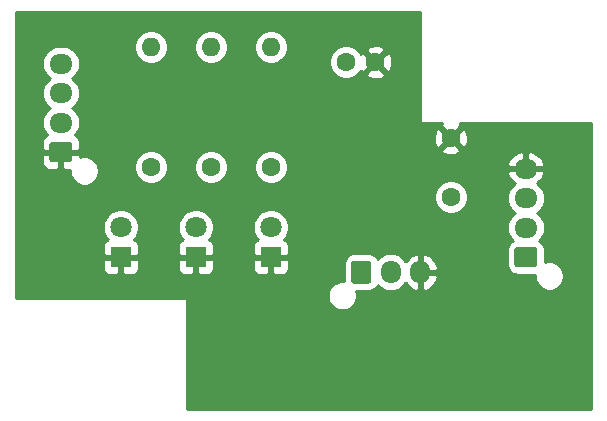
<source format=gbr>
G04 #@! TF.GenerationSoftware,KiCad,Pcbnew,(5.1.5)-3*
G04 #@! TF.CreationDate,2021-02-26T20:31:09+11:00*
G04 #@! TF.ProjectId,US_Board2,55535f42-6f61-4726-9432-2e6b69636164,rev?*
G04 #@! TF.SameCoordinates,Original*
G04 #@! TF.FileFunction,Copper,L2,Bot*
G04 #@! TF.FilePolarity,Positive*
%FSLAX46Y46*%
G04 Gerber Fmt 4.6, Leading zero omitted, Abs format (unit mm)*
G04 Created by KiCad (PCBNEW (5.1.5)-3) date 2021-02-26 20:31:09*
%MOMM*%
%LPD*%
G04 APERTURE LIST*
%ADD10C,0.100000*%
%ADD11O,1.950000X1.700000*%
%ADD12C,1.600000*%
%ADD13O,1.600000X1.600000*%
%ADD14O,1.700000X1.950000*%
%ADD15R,1.800000X1.800000*%
%ADD16C,1.800000*%
%ADD17C,0.254000*%
G04 APERTURE END LIST*
G04 #@! TA.AperFunction,ComponentPad*
D10*
G36*
X164579504Y-90591204D02*
G01*
X164603773Y-90594804D01*
X164627571Y-90600765D01*
X164650671Y-90609030D01*
X164672849Y-90619520D01*
X164693893Y-90632133D01*
X164713598Y-90646747D01*
X164731777Y-90663223D01*
X164748253Y-90681402D01*
X164762867Y-90701107D01*
X164775480Y-90722151D01*
X164785970Y-90744329D01*
X164794235Y-90767429D01*
X164800196Y-90791227D01*
X164803796Y-90815496D01*
X164805000Y-90840000D01*
X164805000Y-92040000D01*
X164803796Y-92064504D01*
X164800196Y-92088773D01*
X164794235Y-92112571D01*
X164785970Y-92135671D01*
X164775480Y-92157849D01*
X164762867Y-92178893D01*
X164748253Y-92198598D01*
X164731777Y-92216777D01*
X164713598Y-92233253D01*
X164693893Y-92247867D01*
X164672849Y-92260480D01*
X164650671Y-92270970D01*
X164627571Y-92279235D01*
X164603773Y-92285196D01*
X164579504Y-92288796D01*
X164555000Y-92290000D01*
X163105000Y-92290000D01*
X163080496Y-92288796D01*
X163056227Y-92285196D01*
X163032429Y-92279235D01*
X163009329Y-92270970D01*
X162987151Y-92260480D01*
X162966107Y-92247867D01*
X162946402Y-92233253D01*
X162928223Y-92216777D01*
X162911747Y-92198598D01*
X162897133Y-92178893D01*
X162884520Y-92157849D01*
X162874030Y-92135671D01*
X162865765Y-92112571D01*
X162859804Y-92088773D01*
X162856204Y-92064504D01*
X162855000Y-92040000D01*
X162855000Y-90840000D01*
X162856204Y-90815496D01*
X162859804Y-90791227D01*
X162865765Y-90767429D01*
X162874030Y-90744329D01*
X162884520Y-90722151D01*
X162897133Y-90701107D01*
X162911747Y-90681402D01*
X162928223Y-90663223D01*
X162946402Y-90646747D01*
X162966107Y-90632133D01*
X162987151Y-90619520D01*
X163009329Y-90609030D01*
X163032429Y-90600765D01*
X163056227Y-90594804D01*
X163080496Y-90591204D01*
X163105000Y-90590000D01*
X164555000Y-90590000D01*
X164579504Y-90591204D01*
G37*
G04 #@! TD.AperFunction*
D11*
X163830000Y-88940000D03*
X163830000Y-86440000D03*
X163830000Y-83940000D03*
D12*
X137160000Y-83820000D03*
D13*
X137160000Y-73660000D03*
X142240000Y-73660000D03*
D12*
X142240000Y-83820000D03*
X132080000Y-83820000D03*
D13*
X132080000Y-73660000D03*
D12*
X157480000Y-86360000D03*
X157480000Y-81360000D03*
X148590000Y-74930000D03*
X151090000Y-74930000D03*
G04 #@! TA.AperFunction,ComponentPad*
D10*
G36*
X150524504Y-91736204D02*
G01*
X150548773Y-91739804D01*
X150572571Y-91745765D01*
X150595671Y-91754030D01*
X150617849Y-91764520D01*
X150638893Y-91777133D01*
X150658598Y-91791747D01*
X150676777Y-91808223D01*
X150693253Y-91826402D01*
X150707867Y-91846107D01*
X150720480Y-91867151D01*
X150730970Y-91889329D01*
X150739235Y-91912429D01*
X150745196Y-91936227D01*
X150748796Y-91960496D01*
X150750000Y-91985000D01*
X150750000Y-93435000D01*
X150748796Y-93459504D01*
X150745196Y-93483773D01*
X150739235Y-93507571D01*
X150730970Y-93530671D01*
X150720480Y-93552849D01*
X150707867Y-93573893D01*
X150693253Y-93593598D01*
X150676777Y-93611777D01*
X150658598Y-93628253D01*
X150638893Y-93642867D01*
X150617849Y-93655480D01*
X150595671Y-93665970D01*
X150572571Y-93674235D01*
X150548773Y-93680196D01*
X150524504Y-93683796D01*
X150500000Y-93685000D01*
X149300000Y-93685000D01*
X149275496Y-93683796D01*
X149251227Y-93680196D01*
X149227429Y-93674235D01*
X149204329Y-93665970D01*
X149182151Y-93655480D01*
X149161107Y-93642867D01*
X149141402Y-93628253D01*
X149123223Y-93611777D01*
X149106747Y-93593598D01*
X149092133Y-93573893D01*
X149079520Y-93552849D01*
X149069030Y-93530671D01*
X149060765Y-93507571D01*
X149054804Y-93483773D01*
X149051204Y-93459504D01*
X149050000Y-93435000D01*
X149050000Y-91985000D01*
X149051204Y-91960496D01*
X149054804Y-91936227D01*
X149060765Y-91912429D01*
X149069030Y-91889329D01*
X149079520Y-91867151D01*
X149092133Y-91846107D01*
X149106747Y-91826402D01*
X149123223Y-91808223D01*
X149141402Y-91791747D01*
X149161107Y-91777133D01*
X149182151Y-91764520D01*
X149204329Y-91754030D01*
X149227429Y-91745765D01*
X149251227Y-91739804D01*
X149275496Y-91736204D01*
X149300000Y-91735000D01*
X150500000Y-91735000D01*
X150524504Y-91736204D01*
G37*
G04 #@! TD.AperFunction*
D14*
X152400000Y-92710000D03*
X154900000Y-92710000D03*
D15*
X135890000Y-91440000D03*
D16*
X135890000Y-88900000D03*
D15*
X129540000Y-91440000D03*
D16*
X129540000Y-88900000D03*
X142240000Y-88900000D03*
D15*
X142240000Y-91440000D03*
D11*
X124460000Y-75050000D03*
X124460000Y-77550000D03*
X124460000Y-80050000D03*
G04 #@! TA.AperFunction,ComponentPad*
D10*
G36*
X125209504Y-81701204D02*
G01*
X125233773Y-81704804D01*
X125257571Y-81710765D01*
X125280671Y-81719030D01*
X125302849Y-81729520D01*
X125323893Y-81742133D01*
X125343598Y-81756747D01*
X125361777Y-81773223D01*
X125378253Y-81791402D01*
X125392867Y-81811107D01*
X125405480Y-81832151D01*
X125415970Y-81854329D01*
X125424235Y-81877429D01*
X125430196Y-81901227D01*
X125433796Y-81925496D01*
X125435000Y-81950000D01*
X125435000Y-83150000D01*
X125433796Y-83174504D01*
X125430196Y-83198773D01*
X125424235Y-83222571D01*
X125415970Y-83245671D01*
X125405480Y-83267849D01*
X125392867Y-83288893D01*
X125378253Y-83308598D01*
X125361777Y-83326777D01*
X125343598Y-83343253D01*
X125323893Y-83357867D01*
X125302849Y-83370480D01*
X125280671Y-83380970D01*
X125257571Y-83389235D01*
X125233773Y-83395196D01*
X125209504Y-83398796D01*
X125185000Y-83400000D01*
X123735000Y-83400000D01*
X123710496Y-83398796D01*
X123686227Y-83395196D01*
X123662429Y-83389235D01*
X123639329Y-83380970D01*
X123617151Y-83370480D01*
X123596107Y-83357867D01*
X123576402Y-83343253D01*
X123558223Y-83326777D01*
X123541747Y-83308598D01*
X123527133Y-83288893D01*
X123514520Y-83267849D01*
X123504030Y-83245671D01*
X123495765Y-83222571D01*
X123489804Y-83198773D01*
X123486204Y-83174504D01*
X123485000Y-83150000D01*
X123485000Y-81950000D01*
X123486204Y-81925496D01*
X123489804Y-81901227D01*
X123495765Y-81877429D01*
X123504030Y-81854329D01*
X123514520Y-81832151D01*
X123527133Y-81811107D01*
X123541747Y-81791402D01*
X123558223Y-81773223D01*
X123576402Y-81756747D01*
X123596107Y-81742133D01*
X123617151Y-81729520D01*
X123639329Y-81719030D01*
X123662429Y-81710765D01*
X123686227Y-81704804D01*
X123710496Y-81701204D01*
X123735000Y-81700000D01*
X125185000Y-81700000D01*
X125209504Y-81701204D01*
G37*
G04 #@! TD.AperFunction*
D17*
G36*
X154873000Y-80000000D02*
G01*
X154875440Y-80024776D01*
X154882667Y-80048601D01*
X154894403Y-80070557D01*
X154910197Y-80089803D01*
X154929443Y-80105597D01*
X154951399Y-80117333D01*
X154975224Y-80124560D01*
X155000000Y-80127000D01*
X156737409Y-80127000D01*
X156666903Y-80367298D01*
X157480000Y-81180395D01*
X158293097Y-80367298D01*
X158222591Y-80127000D01*
X169340000Y-80127000D01*
X169340001Y-104340000D01*
X135127000Y-104340000D01*
X135127000Y-95000000D01*
X135124560Y-94975224D01*
X135117333Y-94951399D01*
X135105597Y-94929443D01*
X135089803Y-94910197D01*
X135070557Y-94894403D01*
X135048601Y-94882667D01*
X135024776Y-94875440D01*
X135000000Y-94873000D01*
X120660000Y-94873000D01*
X120660000Y-94588363D01*
X147065000Y-94588363D01*
X147065000Y-94831637D01*
X147112460Y-95070236D01*
X147205557Y-95294992D01*
X147340713Y-95497267D01*
X147512733Y-95669287D01*
X147715008Y-95804443D01*
X147939764Y-95897540D01*
X148178363Y-95945000D01*
X148421637Y-95945000D01*
X148660236Y-95897540D01*
X148884992Y-95804443D01*
X149087267Y-95669287D01*
X149259287Y-95497267D01*
X149394443Y-95294992D01*
X149487540Y-95070236D01*
X149535000Y-94831637D01*
X149535000Y-94588363D01*
X149487540Y-94349764D01*
X149476484Y-94323072D01*
X150500000Y-94323072D01*
X150673254Y-94306008D01*
X150839850Y-94255472D01*
X150993386Y-94173405D01*
X151127962Y-94062962D01*
X151238405Y-93928386D01*
X151292777Y-93826663D01*
X151344866Y-93890134D01*
X151570987Y-94075706D01*
X151828967Y-94213599D01*
X152108890Y-94298513D01*
X152400000Y-94327185D01*
X152691111Y-94298513D01*
X152971034Y-94213599D01*
X153229014Y-94075706D01*
X153455134Y-93890134D01*
X153640706Y-93664014D01*
X153654462Y-93638278D01*
X153810951Y-93844429D01*
X154028807Y-94037496D01*
X154280142Y-94184352D01*
X154543110Y-94276476D01*
X154773000Y-94155155D01*
X154773000Y-92837000D01*
X155027000Y-92837000D01*
X155027000Y-94155155D01*
X155256890Y-94276476D01*
X155519858Y-94184352D01*
X155771193Y-94037496D01*
X155989049Y-93844429D01*
X156165053Y-93612570D01*
X156292442Y-93350830D01*
X156366320Y-93069267D01*
X156226165Y-92837000D01*
X155027000Y-92837000D01*
X154773000Y-92837000D01*
X154753000Y-92837000D01*
X154753000Y-92583000D01*
X154773000Y-92583000D01*
X154773000Y-91264845D01*
X155027000Y-91264845D01*
X155027000Y-92583000D01*
X156226165Y-92583000D01*
X156366320Y-92350733D01*
X156292442Y-92069170D01*
X156165053Y-91807430D01*
X155989049Y-91575571D01*
X155771193Y-91382504D01*
X155519858Y-91235648D01*
X155256890Y-91143524D01*
X155027000Y-91264845D01*
X154773000Y-91264845D01*
X154543110Y-91143524D01*
X154280142Y-91235648D01*
X154028807Y-91382504D01*
X153810951Y-91575571D01*
X153654462Y-91781722D01*
X153640706Y-91755986D01*
X153455134Y-91529866D01*
X153229013Y-91344294D01*
X152971033Y-91206401D01*
X152691110Y-91121487D01*
X152400000Y-91092815D01*
X152108889Y-91121487D01*
X151828966Y-91206401D01*
X151570986Y-91344294D01*
X151344866Y-91529866D01*
X151292777Y-91593337D01*
X151238405Y-91491614D01*
X151127962Y-91357038D01*
X150993386Y-91246595D01*
X150839850Y-91164528D01*
X150673254Y-91113992D01*
X150500000Y-91096928D01*
X149300000Y-91096928D01*
X149126746Y-91113992D01*
X148960150Y-91164528D01*
X148806614Y-91246595D01*
X148672038Y-91357038D01*
X148561595Y-91491614D01*
X148479528Y-91645150D01*
X148428992Y-91811746D01*
X148411928Y-91985000D01*
X148411928Y-93435000D01*
X148415868Y-93475000D01*
X148178363Y-93475000D01*
X147939764Y-93522460D01*
X147715008Y-93615557D01*
X147512733Y-93750713D01*
X147340713Y-93922733D01*
X147205557Y-94125008D01*
X147112460Y-94349764D01*
X147065000Y-94588363D01*
X120660000Y-94588363D01*
X120660000Y-92340000D01*
X128001928Y-92340000D01*
X128014188Y-92464482D01*
X128050498Y-92584180D01*
X128109463Y-92694494D01*
X128188815Y-92791185D01*
X128285506Y-92870537D01*
X128395820Y-92929502D01*
X128515518Y-92965812D01*
X128640000Y-92978072D01*
X129254250Y-92975000D01*
X129413000Y-92816250D01*
X129413000Y-91567000D01*
X129667000Y-91567000D01*
X129667000Y-92816250D01*
X129825750Y-92975000D01*
X130440000Y-92978072D01*
X130564482Y-92965812D01*
X130684180Y-92929502D01*
X130794494Y-92870537D01*
X130891185Y-92791185D01*
X130970537Y-92694494D01*
X131029502Y-92584180D01*
X131065812Y-92464482D01*
X131078072Y-92340000D01*
X134351928Y-92340000D01*
X134364188Y-92464482D01*
X134400498Y-92584180D01*
X134459463Y-92694494D01*
X134538815Y-92791185D01*
X134635506Y-92870537D01*
X134745820Y-92929502D01*
X134865518Y-92965812D01*
X134990000Y-92978072D01*
X135604250Y-92975000D01*
X135763000Y-92816250D01*
X135763000Y-91567000D01*
X136017000Y-91567000D01*
X136017000Y-92816250D01*
X136175750Y-92975000D01*
X136790000Y-92978072D01*
X136914482Y-92965812D01*
X137034180Y-92929502D01*
X137144494Y-92870537D01*
X137241185Y-92791185D01*
X137320537Y-92694494D01*
X137379502Y-92584180D01*
X137415812Y-92464482D01*
X137428072Y-92340000D01*
X140701928Y-92340000D01*
X140714188Y-92464482D01*
X140750498Y-92584180D01*
X140809463Y-92694494D01*
X140888815Y-92791185D01*
X140985506Y-92870537D01*
X141095820Y-92929502D01*
X141215518Y-92965812D01*
X141340000Y-92978072D01*
X141954250Y-92975000D01*
X142113000Y-92816250D01*
X142113000Y-91567000D01*
X142367000Y-91567000D01*
X142367000Y-92816250D01*
X142525750Y-92975000D01*
X143140000Y-92978072D01*
X143264482Y-92965812D01*
X143384180Y-92929502D01*
X143494494Y-92870537D01*
X143591185Y-92791185D01*
X143670537Y-92694494D01*
X143729502Y-92584180D01*
X143765812Y-92464482D01*
X143778072Y-92340000D01*
X143775000Y-91725750D01*
X143616250Y-91567000D01*
X142367000Y-91567000D01*
X142113000Y-91567000D01*
X140863750Y-91567000D01*
X140705000Y-91725750D01*
X140701928Y-92340000D01*
X137428072Y-92340000D01*
X137425000Y-91725750D01*
X137266250Y-91567000D01*
X136017000Y-91567000D01*
X135763000Y-91567000D01*
X134513750Y-91567000D01*
X134355000Y-91725750D01*
X134351928Y-92340000D01*
X131078072Y-92340000D01*
X131075000Y-91725750D01*
X130916250Y-91567000D01*
X129667000Y-91567000D01*
X129413000Y-91567000D01*
X128163750Y-91567000D01*
X128005000Y-91725750D01*
X128001928Y-92340000D01*
X120660000Y-92340000D01*
X120660000Y-90540000D01*
X128001928Y-90540000D01*
X128005000Y-91154250D01*
X128163750Y-91313000D01*
X129413000Y-91313000D01*
X129413000Y-91293000D01*
X129667000Y-91293000D01*
X129667000Y-91313000D01*
X130916250Y-91313000D01*
X131075000Y-91154250D01*
X131078072Y-90540000D01*
X134351928Y-90540000D01*
X134355000Y-91154250D01*
X134513750Y-91313000D01*
X135763000Y-91313000D01*
X135763000Y-91293000D01*
X136017000Y-91293000D01*
X136017000Y-91313000D01*
X137266250Y-91313000D01*
X137425000Y-91154250D01*
X137428072Y-90540000D01*
X140701928Y-90540000D01*
X140705000Y-91154250D01*
X140863750Y-91313000D01*
X142113000Y-91313000D01*
X142113000Y-91293000D01*
X142367000Y-91293000D01*
X142367000Y-91313000D01*
X143616250Y-91313000D01*
X143775000Y-91154250D01*
X143778072Y-90540000D01*
X143765812Y-90415518D01*
X143729502Y-90295820D01*
X143670537Y-90185506D01*
X143591185Y-90088815D01*
X143494494Y-90009463D01*
X143384180Y-89950498D01*
X143365873Y-89944944D01*
X143432312Y-89878505D01*
X143600299Y-89627095D01*
X143716011Y-89347743D01*
X143775000Y-89051184D01*
X143775000Y-88748816D01*
X143716011Y-88452257D01*
X143600299Y-88172905D01*
X143432312Y-87921495D01*
X143218505Y-87707688D01*
X142967095Y-87539701D01*
X142687743Y-87423989D01*
X142391184Y-87365000D01*
X142088816Y-87365000D01*
X141792257Y-87423989D01*
X141512905Y-87539701D01*
X141261495Y-87707688D01*
X141047688Y-87921495D01*
X140879701Y-88172905D01*
X140763989Y-88452257D01*
X140705000Y-88748816D01*
X140705000Y-89051184D01*
X140763989Y-89347743D01*
X140879701Y-89627095D01*
X141047688Y-89878505D01*
X141114127Y-89944944D01*
X141095820Y-89950498D01*
X140985506Y-90009463D01*
X140888815Y-90088815D01*
X140809463Y-90185506D01*
X140750498Y-90295820D01*
X140714188Y-90415518D01*
X140701928Y-90540000D01*
X137428072Y-90540000D01*
X137415812Y-90415518D01*
X137379502Y-90295820D01*
X137320537Y-90185506D01*
X137241185Y-90088815D01*
X137144494Y-90009463D01*
X137034180Y-89950498D01*
X137015873Y-89944944D01*
X137082312Y-89878505D01*
X137250299Y-89627095D01*
X137366011Y-89347743D01*
X137425000Y-89051184D01*
X137425000Y-88748816D01*
X137366011Y-88452257D01*
X137250299Y-88172905D01*
X137082312Y-87921495D01*
X136868505Y-87707688D01*
X136617095Y-87539701D01*
X136337743Y-87423989D01*
X136041184Y-87365000D01*
X135738816Y-87365000D01*
X135442257Y-87423989D01*
X135162905Y-87539701D01*
X134911495Y-87707688D01*
X134697688Y-87921495D01*
X134529701Y-88172905D01*
X134413989Y-88452257D01*
X134355000Y-88748816D01*
X134355000Y-89051184D01*
X134413989Y-89347743D01*
X134529701Y-89627095D01*
X134697688Y-89878505D01*
X134764127Y-89944944D01*
X134745820Y-89950498D01*
X134635506Y-90009463D01*
X134538815Y-90088815D01*
X134459463Y-90185506D01*
X134400498Y-90295820D01*
X134364188Y-90415518D01*
X134351928Y-90540000D01*
X131078072Y-90540000D01*
X131065812Y-90415518D01*
X131029502Y-90295820D01*
X130970537Y-90185506D01*
X130891185Y-90088815D01*
X130794494Y-90009463D01*
X130684180Y-89950498D01*
X130665873Y-89944944D01*
X130732312Y-89878505D01*
X130900299Y-89627095D01*
X131016011Y-89347743D01*
X131075000Y-89051184D01*
X131075000Y-88748816D01*
X131016011Y-88452257D01*
X130900299Y-88172905D01*
X130732312Y-87921495D01*
X130518505Y-87707688D01*
X130267095Y-87539701D01*
X129987743Y-87423989D01*
X129691184Y-87365000D01*
X129388816Y-87365000D01*
X129092257Y-87423989D01*
X128812905Y-87539701D01*
X128561495Y-87707688D01*
X128347688Y-87921495D01*
X128179701Y-88172905D01*
X128063989Y-88452257D01*
X128005000Y-88748816D01*
X128005000Y-89051184D01*
X128063989Y-89347743D01*
X128179701Y-89627095D01*
X128347688Y-89878505D01*
X128414127Y-89944944D01*
X128395820Y-89950498D01*
X128285506Y-90009463D01*
X128188815Y-90088815D01*
X128109463Y-90185506D01*
X128050498Y-90295820D01*
X128014188Y-90415518D01*
X128001928Y-90540000D01*
X120660000Y-90540000D01*
X120660000Y-86218665D01*
X156045000Y-86218665D01*
X156045000Y-86501335D01*
X156100147Y-86778574D01*
X156208320Y-87039727D01*
X156365363Y-87274759D01*
X156565241Y-87474637D01*
X156800273Y-87631680D01*
X157061426Y-87739853D01*
X157338665Y-87795000D01*
X157621335Y-87795000D01*
X157898574Y-87739853D01*
X158159727Y-87631680D01*
X158394759Y-87474637D01*
X158594637Y-87274759D01*
X158751680Y-87039727D01*
X158859853Y-86778574D01*
X158915000Y-86501335D01*
X158915000Y-86440000D01*
X162212815Y-86440000D01*
X162241487Y-86731111D01*
X162326401Y-87011034D01*
X162464294Y-87269014D01*
X162649866Y-87495134D01*
X162875986Y-87680706D01*
X162893374Y-87690000D01*
X162875986Y-87699294D01*
X162649866Y-87884866D01*
X162464294Y-88110986D01*
X162326401Y-88368966D01*
X162241487Y-88648889D01*
X162212815Y-88940000D01*
X162241487Y-89231111D01*
X162326401Y-89511034D01*
X162464294Y-89769014D01*
X162649866Y-89995134D01*
X162713337Y-90047223D01*
X162611614Y-90101595D01*
X162477038Y-90212038D01*
X162366595Y-90346614D01*
X162284528Y-90500150D01*
X162233992Y-90666746D01*
X162216928Y-90840000D01*
X162216928Y-92040000D01*
X162233992Y-92213254D01*
X162284528Y-92379850D01*
X162366595Y-92533386D01*
X162477038Y-92667962D01*
X162611614Y-92778405D01*
X162765150Y-92860472D01*
X162931746Y-92911008D01*
X163105000Y-92928072D01*
X164555000Y-92928072D01*
X164595000Y-92924132D01*
X164595000Y-93161637D01*
X164642460Y-93400236D01*
X164735557Y-93624992D01*
X164870713Y-93827267D01*
X165042733Y-93999287D01*
X165245008Y-94134443D01*
X165469764Y-94227540D01*
X165708363Y-94275000D01*
X165951637Y-94275000D01*
X166190236Y-94227540D01*
X166414992Y-94134443D01*
X166617267Y-93999287D01*
X166789287Y-93827267D01*
X166924443Y-93624992D01*
X167017540Y-93400236D01*
X167065000Y-93161637D01*
X167065000Y-92918363D01*
X167017540Y-92679764D01*
X166924443Y-92455008D01*
X166789287Y-92252733D01*
X166617267Y-92080713D01*
X166414992Y-91945557D01*
X166190236Y-91852460D01*
X165951637Y-91805000D01*
X165708363Y-91805000D01*
X165469764Y-91852460D01*
X165443072Y-91863516D01*
X165443072Y-90840000D01*
X165426008Y-90666746D01*
X165375472Y-90500150D01*
X165293405Y-90346614D01*
X165182962Y-90212038D01*
X165048386Y-90101595D01*
X164946663Y-90047223D01*
X165010134Y-89995134D01*
X165195706Y-89769014D01*
X165333599Y-89511034D01*
X165418513Y-89231111D01*
X165447185Y-88940000D01*
X165418513Y-88648889D01*
X165333599Y-88368966D01*
X165195706Y-88110986D01*
X165010134Y-87884866D01*
X164784014Y-87699294D01*
X164766626Y-87690000D01*
X164784014Y-87680706D01*
X165010134Y-87495134D01*
X165195706Y-87269014D01*
X165333599Y-87011034D01*
X165418513Y-86731111D01*
X165447185Y-86440000D01*
X165418513Y-86148889D01*
X165333599Y-85868966D01*
X165195706Y-85610986D01*
X165010134Y-85384866D01*
X164784014Y-85199294D01*
X164758278Y-85185538D01*
X164964429Y-85029049D01*
X165157496Y-84811193D01*
X165304352Y-84559858D01*
X165396476Y-84296890D01*
X165275155Y-84067000D01*
X163957000Y-84067000D01*
X163957000Y-84087000D01*
X163703000Y-84087000D01*
X163703000Y-84067000D01*
X162384845Y-84067000D01*
X162263524Y-84296890D01*
X162355648Y-84559858D01*
X162502504Y-84811193D01*
X162695571Y-85029049D01*
X162901722Y-85185538D01*
X162875986Y-85199294D01*
X162649866Y-85384866D01*
X162464294Y-85610986D01*
X162326401Y-85868966D01*
X162241487Y-86148889D01*
X162212815Y-86440000D01*
X158915000Y-86440000D01*
X158915000Y-86218665D01*
X158859853Y-85941426D01*
X158751680Y-85680273D01*
X158594637Y-85445241D01*
X158394759Y-85245363D01*
X158159727Y-85088320D01*
X157898574Y-84980147D01*
X157621335Y-84925000D01*
X157338665Y-84925000D01*
X157061426Y-84980147D01*
X156800273Y-85088320D01*
X156565241Y-85245363D01*
X156365363Y-85445241D01*
X156208320Y-85680273D01*
X156100147Y-85941426D01*
X156045000Y-86218665D01*
X120660000Y-86218665D01*
X120660000Y-83400000D01*
X122846928Y-83400000D01*
X122859188Y-83524482D01*
X122895498Y-83644180D01*
X122954463Y-83754494D01*
X123033815Y-83851185D01*
X123130506Y-83930537D01*
X123240820Y-83989502D01*
X123360518Y-84025812D01*
X123485000Y-84038072D01*
X124174250Y-84035000D01*
X124333000Y-83876250D01*
X124333000Y-82677000D01*
X124587000Y-82677000D01*
X124587000Y-83876250D01*
X124745750Y-84035000D01*
X125225000Y-84037136D01*
X125225000Y-84271637D01*
X125272460Y-84510236D01*
X125365557Y-84734992D01*
X125500713Y-84937267D01*
X125672733Y-85109287D01*
X125875008Y-85244443D01*
X126099764Y-85337540D01*
X126338363Y-85385000D01*
X126581637Y-85385000D01*
X126820236Y-85337540D01*
X127044992Y-85244443D01*
X127247267Y-85109287D01*
X127419287Y-84937267D01*
X127554443Y-84734992D01*
X127647540Y-84510236D01*
X127695000Y-84271637D01*
X127695000Y-84028363D01*
X127647540Y-83789764D01*
X127601522Y-83678665D01*
X130645000Y-83678665D01*
X130645000Y-83961335D01*
X130700147Y-84238574D01*
X130808320Y-84499727D01*
X130965363Y-84734759D01*
X131165241Y-84934637D01*
X131400273Y-85091680D01*
X131661426Y-85199853D01*
X131938665Y-85255000D01*
X132221335Y-85255000D01*
X132498574Y-85199853D01*
X132759727Y-85091680D01*
X132994759Y-84934637D01*
X133194637Y-84734759D01*
X133351680Y-84499727D01*
X133459853Y-84238574D01*
X133515000Y-83961335D01*
X133515000Y-83678665D01*
X135725000Y-83678665D01*
X135725000Y-83961335D01*
X135780147Y-84238574D01*
X135888320Y-84499727D01*
X136045363Y-84734759D01*
X136245241Y-84934637D01*
X136480273Y-85091680D01*
X136741426Y-85199853D01*
X137018665Y-85255000D01*
X137301335Y-85255000D01*
X137578574Y-85199853D01*
X137839727Y-85091680D01*
X138074759Y-84934637D01*
X138274637Y-84734759D01*
X138431680Y-84499727D01*
X138539853Y-84238574D01*
X138595000Y-83961335D01*
X138595000Y-83678665D01*
X140805000Y-83678665D01*
X140805000Y-83961335D01*
X140860147Y-84238574D01*
X140968320Y-84499727D01*
X141125363Y-84734759D01*
X141325241Y-84934637D01*
X141560273Y-85091680D01*
X141821426Y-85199853D01*
X142098665Y-85255000D01*
X142381335Y-85255000D01*
X142658574Y-85199853D01*
X142919727Y-85091680D01*
X143154759Y-84934637D01*
X143354637Y-84734759D01*
X143511680Y-84499727D01*
X143619853Y-84238574D01*
X143675000Y-83961335D01*
X143675000Y-83678665D01*
X143655993Y-83583110D01*
X162263524Y-83583110D01*
X162384845Y-83813000D01*
X163703000Y-83813000D01*
X163703000Y-82613835D01*
X163957000Y-82613835D01*
X163957000Y-83813000D01*
X165275155Y-83813000D01*
X165396476Y-83583110D01*
X165304352Y-83320142D01*
X165157496Y-83068807D01*
X164964429Y-82850951D01*
X164732570Y-82674947D01*
X164470830Y-82547558D01*
X164189267Y-82473680D01*
X163957000Y-82613835D01*
X163703000Y-82613835D01*
X163470733Y-82473680D01*
X163189170Y-82547558D01*
X162927430Y-82674947D01*
X162695571Y-82850951D01*
X162502504Y-83068807D01*
X162355648Y-83320142D01*
X162263524Y-83583110D01*
X143655993Y-83583110D01*
X143619853Y-83401426D01*
X143511680Y-83140273D01*
X143354637Y-82905241D01*
X143154759Y-82705363D01*
X142919727Y-82548320D01*
X142658574Y-82440147D01*
X142381335Y-82385000D01*
X142098665Y-82385000D01*
X141821426Y-82440147D01*
X141560273Y-82548320D01*
X141325241Y-82705363D01*
X141125363Y-82905241D01*
X140968320Y-83140273D01*
X140860147Y-83401426D01*
X140805000Y-83678665D01*
X138595000Y-83678665D01*
X138539853Y-83401426D01*
X138431680Y-83140273D01*
X138274637Y-82905241D01*
X138074759Y-82705363D01*
X137839727Y-82548320D01*
X137578574Y-82440147D01*
X137301335Y-82385000D01*
X137018665Y-82385000D01*
X136741426Y-82440147D01*
X136480273Y-82548320D01*
X136245241Y-82705363D01*
X136045363Y-82905241D01*
X135888320Y-83140273D01*
X135780147Y-83401426D01*
X135725000Y-83678665D01*
X133515000Y-83678665D01*
X133459853Y-83401426D01*
X133351680Y-83140273D01*
X133194637Y-82905241D01*
X132994759Y-82705363D01*
X132759727Y-82548320D01*
X132498574Y-82440147D01*
X132221335Y-82385000D01*
X131938665Y-82385000D01*
X131661426Y-82440147D01*
X131400273Y-82548320D01*
X131165241Y-82705363D01*
X130965363Y-82905241D01*
X130808320Y-83140273D01*
X130700147Y-83401426D01*
X130645000Y-83678665D01*
X127601522Y-83678665D01*
X127554443Y-83565008D01*
X127419287Y-83362733D01*
X127247267Y-83190713D01*
X127044992Y-83055557D01*
X126820236Y-82962460D01*
X126581637Y-82915000D01*
X126338363Y-82915000D01*
X126099764Y-82962460D01*
X126070755Y-82974476D01*
X126070000Y-82835750D01*
X125911250Y-82677000D01*
X124587000Y-82677000D01*
X124333000Y-82677000D01*
X123008750Y-82677000D01*
X122850000Y-82835750D01*
X122846928Y-83400000D01*
X120660000Y-83400000D01*
X120660000Y-75050000D01*
X122842815Y-75050000D01*
X122871487Y-75341111D01*
X122956401Y-75621034D01*
X123094294Y-75879014D01*
X123279866Y-76105134D01*
X123505986Y-76290706D01*
X123523374Y-76300000D01*
X123505986Y-76309294D01*
X123279866Y-76494866D01*
X123094294Y-76720986D01*
X122956401Y-76978966D01*
X122871487Y-77258889D01*
X122842815Y-77550000D01*
X122871487Y-77841111D01*
X122956401Y-78121034D01*
X123094294Y-78379014D01*
X123279866Y-78605134D01*
X123505986Y-78790706D01*
X123523374Y-78800000D01*
X123505986Y-78809294D01*
X123279866Y-78994866D01*
X123094294Y-79220986D01*
X122956401Y-79478966D01*
X122871487Y-79758889D01*
X122842815Y-80050000D01*
X122871487Y-80341111D01*
X122956401Y-80621034D01*
X123094294Y-80879014D01*
X123275608Y-81099945D01*
X123240820Y-81110498D01*
X123130506Y-81169463D01*
X123033815Y-81248815D01*
X122954463Y-81345506D01*
X122895498Y-81455820D01*
X122859188Y-81575518D01*
X122846928Y-81700000D01*
X122850000Y-82264250D01*
X123008750Y-82423000D01*
X124333000Y-82423000D01*
X124333000Y-82403000D01*
X124587000Y-82403000D01*
X124587000Y-82423000D01*
X125911250Y-82423000D01*
X125981548Y-82352702D01*
X156666903Y-82352702D01*
X156738486Y-82596671D01*
X156993996Y-82717571D01*
X157268184Y-82786300D01*
X157550512Y-82800217D01*
X157830130Y-82758787D01*
X158096292Y-82663603D01*
X158221514Y-82596671D01*
X158293097Y-82352702D01*
X157480000Y-81539605D01*
X156666903Y-82352702D01*
X125981548Y-82352702D01*
X126070000Y-82264250D01*
X126073072Y-81700000D01*
X126060812Y-81575518D01*
X126024502Y-81455820D01*
X126010975Y-81430512D01*
X156039783Y-81430512D01*
X156081213Y-81710130D01*
X156176397Y-81976292D01*
X156243329Y-82101514D01*
X156487298Y-82173097D01*
X157300395Y-81360000D01*
X157659605Y-81360000D01*
X158472702Y-82173097D01*
X158716671Y-82101514D01*
X158837571Y-81846004D01*
X158906300Y-81571816D01*
X158920217Y-81289488D01*
X158878787Y-81009870D01*
X158783603Y-80743708D01*
X158716671Y-80618486D01*
X158472702Y-80546903D01*
X157659605Y-81360000D01*
X157300395Y-81360000D01*
X156487298Y-80546903D01*
X156243329Y-80618486D01*
X156122429Y-80873996D01*
X156053700Y-81148184D01*
X156039783Y-81430512D01*
X126010975Y-81430512D01*
X125965537Y-81345506D01*
X125886185Y-81248815D01*
X125789494Y-81169463D01*
X125679180Y-81110498D01*
X125644392Y-81099945D01*
X125825706Y-80879014D01*
X125963599Y-80621034D01*
X126048513Y-80341111D01*
X126077185Y-80050000D01*
X126048513Y-79758889D01*
X125963599Y-79478966D01*
X125825706Y-79220986D01*
X125640134Y-78994866D01*
X125414014Y-78809294D01*
X125396626Y-78800000D01*
X125414014Y-78790706D01*
X125640134Y-78605134D01*
X125825706Y-78379014D01*
X125963599Y-78121034D01*
X126048513Y-77841111D01*
X126077185Y-77550000D01*
X126048513Y-77258889D01*
X125963599Y-76978966D01*
X125825706Y-76720986D01*
X125640134Y-76494866D01*
X125414014Y-76309294D01*
X125396626Y-76300000D01*
X125414014Y-76290706D01*
X125640134Y-76105134D01*
X125825706Y-75879014D01*
X125963599Y-75621034D01*
X126048513Y-75341111D01*
X126077185Y-75050000D01*
X126048513Y-74758889D01*
X125963599Y-74478966D01*
X125825706Y-74220986D01*
X125640134Y-73994866D01*
X125414014Y-73809294D01*
X125156034Y-73671401D01*
X124876111Y-73586487D01*
X124657950Y-73565000D01*
X124262050Y-73565000D01*
X124043889Y-73586487D01*
X123763966Y-73671401D01*
X123505986Y-73809294D01*
X123279866Y-73994866D01*
X123094294Y-74220986D01*
X122956401Y-74478966D01*
X122871487Y-74758889D01*
X122842815Y-75050000D01*
X120660000Y-75050000D01*
X120660000Y-73518665D01*
X130645000Y-73518665D01*
X130645000Y-73801335D01*
X130700147Y-74078574D01*
X130808320Y-74339727D01*
X130965363Y-74574759D01*
X131165241Y-74774637D01*
X131400273Y-74931680D01*
X131661426Y-75039853D01*
X131938665Y-75095000D01*
X132221335Y-75095000D01*
X132498574Y-75039853D01*
X132759727Y-74931680D01*
X132994759Y-74774637D01*
X133194637Y-74574759D01*
X133351680Y-74339727D01*
X133459853Y-74078574D01*
X133515000Y-73801335D01*
X133515000Y-73518665D01*
X135725000Y-73518665D01*
X135725000Y-73801335D01*
X135780147Y-74078574D01*
X135888320Y-74339727D01*
X136045363Y-74574759D01*
X136245241Y-74774637D01*
X136480273Y-74931680D01*
X136741426Y-75039853D01*
X137018665Y-75095000D01*
X137301335Y-75095000D01*
X137578574Y-75039853D01*
X137839727Y-74931680D01*
X138074759Y-74774637D01*
X138274637Y-74574759D01*
X138431680Y-74339727D01*
X138539853Y-74078574D01*
X138595000Y-73801335D01*
X138595000Y-73518665D01*
X140805000Y-73518665D01*
X140805000Y-73801335D01*
X140860147Y-74078574D01*
X140968320Y-74339727D01*
X141125363Y-74574759D01*
X141325241Y-74774637D01*
X141560273Y-74931680D01*
X141821426Y-75039853D01*
X142098665Y-75095000D01*
X142381335Y-75095000D01*
X142658574Y-75039853D01*
X142919727Y-74931680D01*
X143133764Y-74788665D01*
X147155000Y-74788665D01*
X147155000Y-75071335D01*
X147210147Y-75348574D01*
X147318320Y-75609727D01*
X147475363Y-75844759D01*
X147675241Y-76044637D01*
X147910273Y-76201680D01*
X148171426Y-76309853D01*
X148448665Y-76365000D01*
X148731335Y-76365000D01*
X149008574Y-76309853D01*
X149269727Y-76201680D01*
X149504759Y-76044637D01*
X149626694Y-75922702D01*
X150276903Y-75922702D01*
X150348486Y-76166671D01*
X150603996Y-76287571D01*
X150878184Y-76356300D01*
X151160512Y-76370217D01*
X151440130Y-76328787D01*
X151706292Y-76233603D01*
X151831514Y-76166671D01*
X151903097Y-75922702D01*
X151090000Y-75109605D01*
X150276903Y-75922702D01*
X149626694Y-75922702D01*
X149704637Y-75844759D01*
X149838692Y-75644131D01*
X149853329Y-75671514D01*
X150097298Y-75743097D01*
X150910395Y-74930000D01*
X151269605Y-74930000D01*
X152082702Y-75743097D01*
X152326671Y-75671514D01*
X152447571Y-75416004D01*
X152516300Y-75141816D01*
X152530217Y-74859488D01*
X152488787Y-74579870D01*
X152393603Y-74313708D01*
X152326671Y-74188486D01*
X152082702Y-74116903D01*
X151269605Y-74930000D01*
X150910395Y-74930000D01*
X150097298Y-74116903D01*
X149853329Y-74188486D01*
X149839676Y-74217341D01*
X149704637Y-74015241D01*
X149626694Y-73937298D01*
X150276903Y-73937298D01*
X151090000Y-74750395D01*
X151903097Y-73937298D01*
X151831514Y-73693329D01*
X151576004Y-73572429D01*
X151301816Y-73503700D01*
X151019488Y-73489783D01*
X150739870Y-73531213D01*
X150473708Y-73626397D01*
X150348486Y-73693329D01*
X150276903Y-73937298D01*
X149626694Y-73937298D01*
X149504759Y-73815363D01*
X149269727Y-73658320D01*
X149008574Y-73550147D01*
X148731335Y-73495000D01*
X148448665Y-73495000D01*
X148171426Y-73550147D01*
X147910273Y-73658320D01*
X147675241Y-73815363D01*
X147475363Y-74015241D01*
X147318320Y-74250273D01*
X147210147Y-74511426D01*
X147155000Y-74788665D01*
X143133764Y-74788665D01*
X143154759Y-74774637D01*
X143354637Y-74574759D01*
X143511680Y-74339727D01*
X143619853Y-74078574D01*
X143675000Y-73801335D01*
X143675000Y-73518665D01*
X143619853Y-73241426D01*
X143511680Y-72980273D01*
X143354637Y-72745241D01*
X143154759Y-72545363D01*
X142919727Y-72388320D01*
X142658574Y-72280147D01*
X142381335Y-72225000D01*
X142098665Y-72225000D01*
X141821426Y-72280147D01*
X141560273Y-72388320D01*
X141325241Y-72545363D01*
X141125363Y-72745241D01*
X140968320Y-72980273D01*
X140860147Y-73241426D01*
X140805000Y-73518665D01*
X138595000Y-73518665D01*
X138539853Y-73241426D01*
X138431680Y-72980273D01*
X138274637Y-72745241D01*
X138074759Y-72545363D01*
X137839727Y-72388320D01*
X137578574Y-72280147D01*
X137301335Y-72225000D01*
X137018665Y-72225000D01*
X136741426Y-72280147D01*
X136480273Y-72388320D01*
X136245241Y-72545363D01*
X136045363Y-72745241D01*
X135888320Y-72980273D01*
X135780147Y-73241426D01*
X135725000Y-73518665D01*
X133515000Y-73518665D01*
X133459853Y-73241426D01*
X133351680Y-72980273D01*
X133194637Y-72745241D01*
X132994759Y-72545363D01*
X132759727Y-72388320D01*
X132498574Y-72280147D01*
X132221335Y-72225000D01*
X131938665Y-72225000D01*
X131661426Y-72280147D01*
X131400273Y-72388320D01*
X131165241Y-72545363D01*
X130965363Y-72745241D01*
X130808320Y-72980273D01*
X130700147Y-73241426D01*
X130645000Y-73518665D01*
X120660000Y-73518665D01*
X120660000Y-70660000D01*
X154873000Y-70660000D01*
X154873000Y-80000000D01*
G37*
X154873000Y-80000000D02*
X154875440Y-80024776D01*
X154882667Y-80048601D01*
X154894403Y-80070557D01*
X154910197Y-80089803D01*
X154929443Y-80105597D01*
X154951399Y-80117333D01*
X154975224Y-80124560D01*
X155000000Y-80127000D01*
X156737409Y-80127000D01*
X156666903Y-80367298D01*
X157480000Y-81180395D01*
X158293097Y-80367298D01*
X158222591Y-80127000D01*
X169340000Y-80127000D01*
X169340001Y-104340000D01*
X135127000Y-104340000D01*
X135127000Y-95000000D01*
X135124560Y-94975224D01*
X135117333Y-94951399D01*
X135105597Y-94929443D01*
X135089803Y-94910197D01*
X135070557Y-94894403D01*
X135048601Y-94882667D01*
X135024776Y-94875440D01*
X135000000Y-94873000D01*
X120660000Y-94873000D01*
X120660000Y-94588363D01*
X147065000Y-94588363D01*
X147065000Y-94831637D01*
X147112460Y-95070236D01*
X147205557Y-95294992D01*
X147340713Y-95497267D01*
X147512733Y-95669287D01*
X147715008Y-95804443D01*
X147939764Y-95897540D01*
X148178363Y-95945000D01*
X148421637Y-95945000D01*
X148660236Y-95897540D01*
X148884992Y-95804443D01*
X149087267Y-95669287D01*
X149259287Y-95497267D01*
X149394443Y-95294992D01*
X149487540Y-95070236D01*
X149535000Y-94831637D01*
X149535000Y-94588363D01*
X149487540Y-94349764D01*
X149476484Y-94323072D01*
X150500000Y-94323072D01*
X150673254Y-94306008D01*
X150839850Y-94255472D01*
X150993386Y-94173405D01*
X151127962Y-94062962D01*
X151238405Y-93928386D01*
X151292777Y-93826663D01*
X151344866Y-93890134D01*
X151570987Y-94075706D01*
X151828967Y-94213599D01*
X152108890Y-94298513D01*
X152400000Y-94327185D01*
X152691111Y-94298513D01*
X152971034Y-94213599D01*
X153229014Y-94075706D01*
X153455134Y-93890134D01*
X153640706Y-93664014D01*
X153654462Y-93638278D01*
X153810951Y-93844429D01*
X154028807Y-94037496D01*
X154280142Y-94184352D01*
X154543110Y-94276476D01*
X154773000Y-94155155D01*
X154773000Y-92837000D01*
X155027000Y-92837000D01*
X155027000Y-94155155D01*
X155256890Y-94276476D01*
X155519858Y-94184352D01*
X155771193Y-94037496D01*
X155989049Y-93844429D01*
X156165053Y-93612570D01*
X156292442Y-93350830D01*
X156366320Y-93069267D01*
X156226165Y-92837000D01*
X155027000Y-92837000D01*
X154773000Y-92837000D01*
X154753000Y-92837000D01*
X154753000Y-92583000D01*
X154773000Y-92583000D01*
X154773000Y-91264845D01*
X155027000Y-91264845D01*
X155027000Y-92583000D01*
X156226165Y-92583000D01*
X156366320Y-92350733D01*
X156292442Y-92069170D01*
X156165053Y-91807430D01*
X155989049Y-91575571D01*
X155771193Y-91382504D01*
X155519858Y-91235648D01*
X155256890Y-91143524D01*
X155027000Y-91264845D01*
X154773000Y-91264845D01*
X154543110Y-91143524D01*
X154280142Y-91235648D01*
X154028807Y-91382504D01*
X153810951Y-91575571D01*
X153654462Y-91781722D01*
X153640706Y-91755986D01*
X153455134Y-91529866D01*
X153229013Y-91344294D01*
X152971033Y-91206401D01*
X152691110Y-91121487D01*
X152400000Y-91092815D01*
X152108889Y-91121487D01*
X151828966Y-91206401D01*
X151570986Y-91344294D01*
X151344866Y-91529866D01*
X151292777Y-91593337D01*
X151238405Y-91491614D01*
X151127962Y-91357038D01*
X150993386Y-91246595D01*
X150839850Y-91164528D01*
X150673254Y-91113992D01*
X150500000Y-91096928D01*
X149300000Y-91096928D01*
X149126746Y-91113992D01*
X148960150Y-91164528D01*
X148806614Y-91246595D01*
X148672038Y-91357038D01*
X148561595Y-91491614D01*
X148479528Y-91645150D01*
X148428992Y-91811746D01*
X148411928Y-91985000D01*
X148411928Y-93435000D01*
X148415868Y-93475000D01*
X148178363Y-93475000D01*
X147939764Y-93522460D01*
X147715008Y-93615557D01*
X147512733Y-93750713D01*
X147340713Y-93922733D01*
X147205557Y-94125008D01*
X147112460Y-94349764D01*
X147065000Y-94588363D01*
X120660000Y-94588363D01*
X120660000Y-92340000D01*
X128001928Y-92340000D01*
X128014188Y-92464482D01*
X128050498Y-92584180D01*
X128109463Y-92694494D01*
X128188815Y-92791185D01*
X128285506Y-92870537D01*
X128395820Y-92929502D01*
X128515518Y-92965812D01*
X128640000Y-92978072D01*
X129254250Y-92975000D01*
X129413000Y-92816250D01*
X129413000Y-91567000D01*
X129667000Y-91567000D01*
X129667000Y-92816250D01*
X129825750Y-92975000D01*
X130440000Y-92978072D01*
X130564482Y-92965812D01*
X130684180Y-92929502D01*
X130794494Y-92870537D01*
X130891185Y-92791185D01*
X130970537Y-92694494D01*
X131029502Y-92584180D01*
X131065812Y-92464482D01*
X131078072Y-92340000D01*
X134351928Y-92340000D01*
X134364188Y-92464482D01*
X134400498Y-92584180D01*
X134459463Y-92694494D01*
X134538815Y-92791185D01*
X134635506Y-92870537D01*
X134745820Y-92929502D01*
X134865518Y-92965812D01*
X134990000Y-92978072D01*
X135604250Y-92975000D01*
X135763000Y-92816250D01*
X135763000Y-91567000D01*
X136017000Y-91567000D01*
X136017000Y-92816250D01*
X136175750Y-92975000D01*
X136790000Y-92978072D01*
X136914482Y-92965812D01*
X137034180Y-92929502D01*
X137144494Y-92870537D01*
X137241185Y-92791185D01*
X137320537Y-92694494D01*
X137379502Y-92584180D01*
X137415812Y-92464482D01*
X137428072Y-92340000D01*
X140701928Y-92340000D01*
X140714188Y-92464482D01*
X140750498Y-92584180D01*
X140809463Y-92694494D01*
X140888815Y-92791185D01*
X140985506Y-92870537D01*
X141095820Y-92929502D01*
X141215518Y-92965812D01*
X141340000Y-92978072D01*
X141954250Y-92975000D01*
X142113000Y-92816250D01*
X142113000Y-91567000D01*
X142367000Y-91567000D01*
X142367000Y-92816250D01*
X142525750Y-92975000D01*
X143140000Y-92978072D01*
X143264482Y-92965812D01*
X143384180Y-92929502D01*
X143494494Y-92870537D01*
X143591185Y-92791185D01*
X143670537Y-92694494D01*
X143729502Y-92584180D01*
X143765812Y-92464482D01*
X143778072Y-92340000D01*
X143775000Y-91725750D01*
X143616250Y-91567000D01*
X142367000Y-91567000D01*
X142113000Y-91567000D01*
X140863750Y-91567000D01*
X140705000Y-91725750D01*
X140701928Y-92340000D01*
X137428072Y-92340000D01*
X137425000Y-91725750D01*
X137266250Y-91567000D01*
X136017000Y-91567000D01*
X135763000Y-91567000D01*
X134513750Y-91567000D01*
X134355000Y-91725750D01*
X134351928Y-92340000D01*
X131078072Y-92340000D01*
X131075000Y-91725750D01*
X130916250Y-91567000D01*
X129667000Y-91567000D01*
X129413000Y-91567000D01*
X128163750Y-91567000D01*
X128005000Y-91725750D01*
X128001928Y-92340000D01*
X120660000Y-92340000D01*
X120660000Y-90540000D01*
X128001928Y-90540000D01*
X128005000Y-91154250D01*
X128163750Y-91313000D01*
X129413000Y-91313000D01*
X129413000Y-91293000D01*
X129667000Y-91293000D01*
X129667000Y-91313000D01*
X130916250Y-91313000D01*
X131075000Y-91154250D01*
X131078072Y-90540000D01*
X134351928Y-90540000D01*
X134355000Y-91154250D01*
X134513750Y-91313000D01*
X135763000Y-91313000D01*
X135763000Y-91293000D01*
X136017000Y-91293000D01*
X136017000Y-91313000D01*
X137266250Y-91313000D01*
X137425000Y-91154250D01*
X137428072Y-90540000D01*
X140701928Y-90540000D01*
X140705000Y-91154250D01*
X140863750Y-91313000D01*
X142113000Y-91313000D01*
X142113000Y-91293000D01*
X142367000Y-91293000D01*
X142367000Y-91313000D01*
X143616250Y-91313000D01*
X143775000Y-91154250D01*
X143778072Y-90540000D01*
X143765812Y-90415518D01*
X143729502Y-90295820D01*
X143670537Y-90185506D01*
X143591185Y-90088815D01*
X143494494Y-90009463D01*
X143384180Y-89950498D01*
X143365873Y-89944944D01*
X143432312Y-89878505D01*
X143600299Y-89627095D01*
X143716011Y-89347743D01*
X143775000Y-89051184D01*
X143775000Y-88748816D01*
X143716011Y-88452257D01*
X143600299Y-88172905D01*
X143432312Y-87921495D01*
X143218505Y-87707688D01*
X142967095Y-87539701D01*
X142687743Y-87423989D01*
X142391184Y-87365000D01*
X142088816Y-87365000D01*
X141792257Y-87423989D01*
X141512905Y-87539701D01*
X141261495Y-87707688D01*
X141047688Y-87921495D01*
X140879701Y-88172905D01*
X140763989Y-88452257D01*
X140705000Y-88748816D01*
X140705000Y-89051184D01*
X140763989Y-89347743D01*
X140879701Y-89627095D01*
X141047688Y-89878505D01*
X141114127Y-89944944D01*
X141095820Y-89950498D01*
X140985506Y-90009463D01*
X140888815Y-90088815D01*
X140809463Y-90185506D01*
X140750498Y-90295820D01*
X140714188Y-90415518D01*
X140701928Y-90540000D01*
X137428072Y-90540000D01*
X137415812Y-90415518D01*
X137379502Y-90295820D01*
X137320537Y-90185506D01*
X137241185Y-90088815D01*
X137144494Y-90009463D01*
X137034180Y-89950498D01*
X137015873Y-89944944D01*
X137082312Y-89878505D01*
X137250299Y-89627095D01*
X137366011Y-89347743D01*
X137425000Y-89051184D01*
X137425000Y-88748816D01*
X137366011Y-88452257D01*
X137250299Y-88172905D01*
X137082312Y-87921495D01*
X136868505Y-87707688D01*
X136617095Y-87539701D01*
X136337743Y-87423989D01*
X136041184Y-87365000D01*
X135738816Y-87365000D01*
X135442257Y-87423989D01*
X135162905Y-87539701D01*
X134911495Y-87707688D01*
X134697688Y-87921495D01*
X134529701Y-88172905D01*
X134413989Y-88452257D01*
X134355000Y-88748816D01*
X134355000Y-89051184D01*
X134413989Y-89347743D01*
X134529701Y-89627095D01*
X134697688Y-89878505D01*
X134764127Y-89944944D01*
X134745820Y-89950498D01*
X134635506Y-90009463D01*
X134538815Y-90088815D01*
X134459463Y-90185506D01*
X134400498Y-90295820D01*
X134364188Y-90415518D01*
X134351928Y-90540000D01*
X131078072Y-90540000D01*
X131065812Y-90415518D01*
X131029502Y-90295820D01*
X130970537Y-90185506D01*
X130891185Y-90088815D01*
X130794494Y-90009463D01*
X130684180Y-89950498D01*
X130665873Y-89944944D01*
X130732312Y-89878505D01*
X130900299Y-89627095D01*
X131016011Y-89347743D01*
X131075000Y-89051184D01*
X131075000Y-88748816D01*
X131016011Y-88452257D01*
X130900299Y-88172905D01*
X130732312Y-87921495D01*
X130518505Y-87707688D01*
X130267095Y-87539701D01*
X129987743Y-87423989D01*
X129691184Y-87365000D01*
X129388816Y-87365000D01*
X129092257Y-87423989D01*
X128812905Y-87539701D01*
X128561495Y-87707688D01*
X128347688Y-87921495D01*
X128179701Y-88172905D01*
X128063989Y-88452257D01*
X128005000Y-88748816D01*
X128005000Y-89051184D01*
X128063989Y-89347743D01*
X128179701Y-89627095D01*
X128347688Y-89878505D01*
X128414127Y-89944944D01*
X128395820Y-89950498D01*
X128285506Y-90009463D01*
X128188815Y-90088815D01*
X128109463Y-90185506D01*
X128050498Y-90295820D01*
X128014188Y-90415518D01*
X128001928Y-90540000D01*
X120660000Y-90540000D01*
X120660000Y-86218665D01*
X156045000Y-86218665D01*
X156045000Y-86501335D01*
X156100147Y-86778574D01*
X156208320Y-87039727D01*
X156365363Y-87274759D01*
X156565241Y-87474637D01*
X156800273Y-87631680D01*
X157061426Y-87739853D01*
X157338665Y-87795000D01*
X157621335Y-87795000D01*
X157898574Y-87739853D01*
X158159727Y-87631680D01*
X158394759Y-87474637D01*
X158594637Y-87274759D01*
X158751680Y-87039727D01*
X158859853Y-86778574D01*
X158915000Y-86501335D01*
X158915000Y-86440000D01*
X162212815Y-86440000D01*
X162241487Y-86731111D01*
X162326401Y-87011034D01*
X162464294Y-87269014D01*
X162649866Y-87495134D01*
X162875986Y-87680706D01*
X162893374Y-87690000D01*
X162875986Y-87699294D01*
X162649866Y-87884866D01*
X162464294Y-88110986D01*
X162326401Y-88368966D01*
X162241487Y-88648889D01*
X162212815Y-88940000D01*
X162241487Y-89231111D01*
X162326401Y-89511034D01*
X162464294Y-89769014D01*
X162649866Y-89995134D01*
X162713337Y-90047223D01*
X162611614Y-90101595D01*
X162477038Y-90212038D01*
X162366595Y-90346614D01*
X162284528Y-90500150D01*
X162233992Y-90666746D01*
X162216928Y-90840000D01*
X162216928Y-92040000D01*
X162233992Y-92213254D01*
X162284528Y-92379850D01*
X162366595Y-92533386D01*
X162477038Y-92667962D01*
X162611614Y-92778405D01*
X162765150Y-92860472D01*
X162931746Y-92911008D01*
X163105000Y-92928072D01*
X164555000Y-92928072D01*
X164595000Y-92924132D01*
X164595000Y-93161637D01*
X164642460Y-93400236D01*
X164735557Y-93624992D01*
X164870713Y-93827267D01*
X165042733Y-93999287D01*
X165245008Y-94134443D01*
X165469764Y-94227540D01*
X165708363Y-94275000D01*
X165951637Y-94275000D01*
X166190236Y-94227540D01*
X166414992Y-94134443D01*
X166617267Y-93999287D01*
X166789287Y-93827267D01*
X166924443Y-93624992D01*
X167017540Y-93400236D01*
X167065000Y-93161637D01*
X167065000Y-92918363D01*
X167017540Y-92679764D01*
X166924443Y-92455008D01*
X166789287Y-92252733D01*
X166617267Y-92080713D01*
X166414992Y-91945557D01*
X166190236Y-91852460D01*
X165951637Y-91805000D01*
X165708363Y-91805000D01*
X165469764Y-91852460D01*
X165443072Y-91863516D01*
X165443072Y-90840000D01*
X165426008Y-90666746D01*
X165375472Y-90500150D01*
X165293405Y-90346614D01*
X165182962Y-90212038D01*
X165048386Y-90101595D01*
X164946663Y-90047223D01*
X165010134Y-89995134D01*
X165195706Y-89769014D01*
X165333599Y-89511034D01*
X165418513Y-89231111D01*
X165447185Y-88940000D01*
X165418513Y-88648889D01*
X165333599Y-88368966D01*
X165195706Y-88110986D01*
X165010134Y-87884866D01*
X164784014Y-87699294D01*
X164766626Y-87690000D01*
X164784014Y-87680706D01*
X165010134Y-87495134D01*
X165195706Y-87269014D01*
X165333599Y-87011034D01*
X165418513Y-86731111D01*
X165447185Y-86440000D01*
X165418513Y-86148889D01*
X165333599Y-85868966D01*
X165195706Y-85610986D01*
X165010134Y-85384866D01*
X164784014Y-85199294D01*
X164758278Y-85185538D01*
X164964429Y-85029049D01*
X165157496Y-84811193D01*
X165304352Y-84559858D01*
X165396476Y-84296890D01*
X165275155Y-84067000D01*
X163957000Y-84067000D01*
X163957000Y-84087000D01*
X163703000Y-84087000D01*
X163703000Y-84067000D01*
X162384845Y-84067000D01*
X162263524Y-84296890D01*
X162355648Y-84559858D01*
X162502504Y-84811193D01*
X162695571Y-85029049D01*
X162901722Y-85185538D01*
X162875986Y-85199294D01*
X162649866Y-85384866D01*
X162464294Y-85610986D01*
X162326401Y-85868966D01*
X162241487Y-86148889D01*
X162212815Y-86440000D01*
X158915000Y-86440000D01*
X158915000Y-86218665D01*
X158859853Y-85941426D01*
X158751680Y-85680273D01*
X158594637Y-85445241D01*
X158394759Y-85245363D01*
X158159727Y-85088320D01*
X157898574Y-84980147D01*
X157621335Y-84925000D01*
X157338665Y-84925000D01*
X157061426Y-84980147D01*
X156800273Y-85088320D01*
X156565241Y-85245363D01*
X156365363Y-85445241D01*
X156208320Y-85680273D01*
X156100147Y-85941426D01*
X156045000Y-86218665D01*
X120660000Y-86218665D01*
X120660000Y-83400000D01*
X122846928Y-83400000D01*
X122859188Y-83524482D01*
X122895498Y-83644180D01*
X122954463Y-83754494D01*
X123033815Y-83851185D01*
X123130506Y-83930537D01*
X123240820Y-83989502D01*
X123360518Y-84025812D01*
X123485000Y-84038072D01*
X124174250Y-84035000D01*
X124333000Y-83876250D01*
X124333000Y-82677000D01*
X124587000Y-82677000D01*
X124587000Y-83876250D01*
X124745750Y-84035000D01*
X125225000Y-84037136D01*
X125225000Y-84271637D01*
X125272460Y-84510236D01*
X125365557Y-84734992D01*
X125500713Y-84937267D01*
X125672733Y-85109287D01*
X125875008Y-85244443D01*
X126099764Y-85337540D01*
X126338363Y-85385000D01*
X126581637Y-85385000D01*
X126820236Y-85337540D01*
X127044992Y-85244443D01*
X127247267Y-85109287D01*
X127419287Y-84937267D01*
X127554443Y-84734992D01*
X127647540Y-84510236D01*
X127695000Y-84271637D01*
X127695000Y-84028363D01*
X127647540Y-83789764D01*
X127601522Y-83678665D01*
X130645000Y-83678665D01*
X130645000Y-83961335D01*
X130700147Y-84238574D01*
X130808320Y-84499727D01*
X130965363Y-84734759D01*
X131165241Y-84934637D01*
X131400273Y-85091680D01*
X131661426Y-85199853D01*
X131938665Y-85255000D01*
X132221335Y-85255000D01*
X132498574Y-85199853D01*
X132759727Y-85091680D01*
X132994759Y-84934637D01*
X133194637Y-84734759D01*
X133351680Y-84499727D01*
X133459853Y-84238574D01*
X133515000Y-83961335D01*
X133515000Y-83678665D01*
X135725000Y-83678665D01*
X135725000Y-83961335D01*
X135780147Y-84238574D01*
X135888320Y-84499727D01*
X136045363Y-84734759D01*
X136245241Y-84934637D01*
X136480273Y-85091680D01*
X136741426Y-85199853D01*
X137018665Y-85255000D01*
X137301335Y-85255000D01*
X137578574Y-85199853D01*
X137839727Y-85091680D01*
X138074759Y-84934637D01*
X138274637Y-84734759D01*
X138431680Y-84499727D01*
X138539853Y-84238574D01*
X138595000Y-83961335D01*
X138595000Y-83678665D01*
X140805000Y-83678665D01*
X140805000Y-83961335D01*
X140860147Y-84238574D01*
X140968320Y-84499727D01*
X141125363Y-84734759D01*
X141325241Y-84934637D01*
X141560273Y-85091680D01*
X141821426Y-85199853D01*
X142098665Y-85255000D01*
X142381335Y-85255000D01*
X142658574Y-85199853D01*
X142919727Y-85091680D01*
X143154759Y-84934637D01*
X143354637Y-84734759D01*
X143511680Y-84499727D01*
X143619853Y-84238574D01*
X143675000Y-83961335D01*
X143675000Y-83678665D01*
X143655993Y-83583110D01*
X162263524Y-83583110D01*
X162384845Y-83813000D01*
X163703000Y-83813000D01*
X163703000Y-82613835D01*
X163957000Y-82613835D01*
X163957000Y-83813000D01*
X165275155Y-83813000D01*
X165396476Y-83583110D01*
X165304352Y-83320142D01*
X165157496Y-83068807D01*
X164964429Y-82850951D01*
X164732570Y-82674947D01*
X164470830Y-82547558D01*
X164189267Y-82473680D01*
X163957000Y-82613835D01*
X163703000Y-82613835D01*
X163470733Y-82473680D01*
X163189170Y-82547558D01*
X162927430Y-82674947D01*
X162695571Y-82850951D01*
X162502504Y-83068807D01*
X162355648Y-83320142D01*
X162263524Y-83583110D01*
X143655993Y-83583110D01*
X143619853Y-83401426D01*
X143511680Y-83140273D01*
X143354637Y-82905241D01*
X143154759Y-82705363D01*
X142919727Y-82548320D01*
X142658574Y-82440147D01*
X142381335Y-82385000D01*
X142098665Y-82385000D01*
X141821426Y-82440147D01*
X141560273Y-82548320D01*
X141325241Y-82705363D01*
X141125363Y-82905241D01*
X140968320Y-83140273D01*
X140860147Y-83401426D01*
X140805000Y-83678665D01*
X138595000Y-83678665D01*
X138539853Y-83401426D01*
X138431680Y-83140273D01*
X138274637Y-82905241D01*
X138074759Y-82705363D01*
X137839727Y-82548320D01*
X137578574Y-82440147D01*
X137301335Y-82385000D01*
X137018665Y-82385000D01*
X136741426Y-82440147D01*
X136480273Y-82548320D01*
X136245241Y-82705363D01*
X136045363Y-82905241D01*
X135888320Y-83140273D01*
X135780147Y-83401426D01*
X135725000Y-83678665D01*
X133515000Y-83678665D01*
X133459853Y-83401426D01*
X133351680Y-83140273D01*
X133194637Y-82905241D01*
X132994759Y-82705363D01*
X132759727Y-82548320D01*
X132498574Y-82440147D01*
X132221335Y-82385000D01*
X131938665Y-82385000D01*
X131661426Y-82440147D01*
X131400273Y-82548320D01*
X131165241Y-82705363D01*
X130965363Y-82905241D01*
X130808320Y-83140273D01*
X130700147Y-83401426D01*
X130645000Y-83678665D01*
X127601522Y-83678665D01*
X127554443Y-83565008D01*
X127419287Y-83362733D01*
X127247267Y-83190713D01*
X127044992Y-83055557D01*
X126820236Y-82962460D01*
X126581637Y-82915000D01*
X126338363Y-82915000D01*
X126099764Y-82962460D01*
X126070755Y-82974476D01*
X126070000Y-82835750D01*
X125911250Y-82677000D01*
X124587000Y-82677000D01*
X124333000Y-82677000D01*
X123008750Y-82677000D01*
X122850000Y-82835750D01*
X122846928Y-83400000D01*
X120660000Y-83400000D01*
X120660000Y-75050000D01*
X122842815Y-75050000D01*
X122871487Y-75341111D01*
X122956401Y-75621034D01*
X123094294Y-75879014D01*
X123279866Y-76105134D01*
X123505986Y-76290706D01*
X123523374Y-76300000D01*
X123505986Y-76309294D01*
X123279866Y-76494866D01*
X123094294Y-76720986D01*
X122956401Y-76978966D01*
X122871487Y-77258889D01*
X122842815Y-77550000D01*
X122871487Y-77841111D01*
X122956401Y-78121034D01*
X123094294Y-78379014D01*
X123279866Y-78605134D01*
X123505986Y-78790706D01*
X123523374Y-78800000D01*
X123505986Y-78809294D01*
X123279866Y-78994866D01*
X123094294Y-79220986D01*
X122956401Y-79478966D01*
X122871487Y-79758889D01*
X122842815Y-80050000D01*
X122871487Y-80341111D01*
X122956401Y-80621034D01*
X123094294Y-80879014D01*
X123275608Y-81099945D01*
X123240820Y-81110498D01*
X123130506Y-81169463D01*
X123033815Y-81248815D01*
X122954463Y-81345506D01*
X122895498Y-81455820D01*
X122859188Y-81575518D01*
X122846928Y-81700000D01*
X122850000Y-82264250D01*
X123008750Y-82423000D01*
X124333000Y-82423000D01*
X124333000Y-82403000D01*
X124587000Y-82403000D01*
X124587000Y-82423000D01*
X125911250Y-82423000D01*
X125981548Y-82352702D01*
X156666903Y-82352702D01*
X156738486Y-82596671D01*
X156993996Y-82717571D01*
X157268184Y-82786300D01*
X157550512Y-82800217D01*
X157830130Y-82758787D01*
X158096292Y-82663603D01*
X158221514Y-82596671D01*
X158293097Y-82352702D01*
X157480000Y-81539605D01*
X156666903Y-82352702D01*
X125981548Y-82352702D01*
X126070000Y-82264250D01*
X126073072Y-81700000D01*
X126060812Y-81575518D01*
X126024502Y-81455820D01*
X126010975Y-81430512D01*
X156039783Y-81430512D01*
X156081213Y-81710130D01*
X156176397Y-81976292D01*
X156243329Y-82101514D01*
X156487298Y-82173097D01*
X157300395Y-81360000D01*
X157659605Y-81360000D01*
X158472702Y-82173097D01*
X158716671Y-82101514D01*
X158837571Y-81846004D01*
X158906300Y-81571816D01*
X158920217Y-81289488D01*
X158878787Y-81009870D01*
X158783603Y-80743708D01*
X158716671Y-80618486D01*
X158472702Y-80546903D01*
X157659605Y-81360000D01*
X157300395Y-81360000D01*
X156487298Y-80546903D01*
X156243329Y-80618486D01*
X156122429Y-80873996D01*
X156053700Y-81148184D01*
X156039783Y-81430512D01*
X126010975Y-81430512D01*
X125965537Y-81345506D01*
X125886185Y-81248815D01*
X125789494Y-81169463D01*
X125679180Y-81110498D01*
X125644392Y-81099945D01*
X125825706Y-80879014D01*
X125963599Y-80621034D01*
X126048513Y-80341111D01*
X126077185Y-80050000D01*
X126048513Y-79758889D01*
X125963599Y-79478966D01*
X125825706Y-79220986D01*
X125640134Y-78994866D01*
X125414014Y-78809294D01*
X125396626Y-78800000D01*
X125414014Y-78790706D01*
X125640134Y-78605134D01*
X125825706Y-78379014D01*
X125963599Y-78121034D01*
X126048513Y-77841111D01*
X126077185Y-77550000D01*
X126048513Y-77258889D01*
X125963599Y-76978966D01*
X125825706Y-76720986D01*
X125640134Y-76494866D01*
X125414014Y-76309294D01*
X125396626Y-76300000D01*
X125414014Y-76290706D01*
X125640134Y-76105134D01*
X125825706Y-75879014D01*
X125963599Y-75621034D01*
X126048513Y-75341111D01*
X126077185Y-75050000D01*
X126048513Y-74758889D01*
X125963599Y-74478966D01*
X125825706Y-74220986D01*
X125640134Y-73994866D01*
X125414014Y-73809294D01*
X125156034Y-73671401D01*
X124876111Y-73586487D01*
X124657950Y-73565000D01*
X124262050Y-73565000D01*
X124043889Y-73586487D01*
X123763966Y-73671401D01*
X123505986Y-73809294D01*
X123279866Y-73994866D01*
X123094294Y-74220986D01*
X122956401Y-74478966D01*
X122871487Y-74758889D01*
X122842815Y-75050000D01*
X120660000Y-75050000D01*
X120660000Y-73518665D01*
X130645000Y-73518665D01*
X130645000Y-73801335D01*
X130700147Y-74078574D01*
X130808320Y-74339727D01*
X130965363Y-74574759D01*
X131165241Y-74774637D01*
X131400273Y-74931680D01*
X131661426Y-75039853D01*
X131938665Y-75095000D01*
X132221335Y-75095000D01*
X132498574Y-75039853D01*
X132759727Y-74931680D01*
X132994759Y-74774637D01*
X133194637Y-74574759D01*
X133351680Y-74339727D01*
X133459853Y-74078574D01*
X133515000Y-73801335D01*
X133515000Y-73518665D01*
X135725000Y-73518665D01*
X135725000Y-73801335D01*
X135780147Y-74078574D01*
X135888320Y-74339727D01*
X136045363Y-74574759D01*
X136245241Y-74774637D01*
X136480273Y-74931680D01*
X136741426Y-75039853D01*
X137018665Y-75095000D01*
X137301335Y-75095000D01*
X137578574Y-75039853D01*
X137839727Y-74931680D01*
X138074759Y-74774637D01*
X138274637Y-74574759D01*
X138431680Y-74339727D01*
X138539853Y-74078574D01*
X138595000Y-73801335D01*
X138595000Y-73518665D01*
X140805000Y-73518665D01*
X140805000Y-73801335D01*
X140860147Y-74078574D01*
X140968320Y-74339727D01*
X141125363Y-74574759D01*
X141325241Y-74774637D01*
X141560273Y-74931680D01*
X141821426Y-75039853D01*
X142098665Y-75095000D01*
X142381335Y-75095000D01*
X142658574Y-75039853D01*
X142919727Y-74931680D01*
X143133764Y-74788665D01*
X147155000Y-74788665D01*
X147155000Y-75071335D01*
X147210147Y-75348574D01*
X147318320Y-75609727D01*
X147475363Y-75844759D01*
X147675241Y-76044637D01*
X147910273Y-76201680D01*
X148171426Y-76309853D01*
X148448665Y-76365000D01*
X148731335Y-76365000D01*
X149008574Y-76309853D01*
X149269727Y-76201680D01*
X149504759Y-76044637D01*
X149626694Y-75922702D01*
X150276903Y-75922702D01*
X150348486Y-76166671D01*
X150603996Y-76287571D01*
X150878184Y-76356300D01*
X151160512Y-76370217D01*
X151440130Y-76328787D01*
X151706292Y-76233603D01*
X151831514Y-76166671D01*
X151903097Y-75922702D01*
X151090000Y-75109605D01*
X150276903Y-75922702D01*
X149626694Y-75922702D01*
X149704637Y-75844759D01*
X149838692Y-75644131D01*
X149853329Y-75671514D01*
X150097298Y-75743097D01*
X150910395Y-74930000D01*
X151269605Y-74930000D01*
X152082702Y-75743097D01*
X152326671Y-75671514D01*
X152447571Y-75416004D01*
X152516300Y-75141816D01*
X152530217Y-74859488D01*
X152488787Y-74579870D01*
X152393603Y-74313708D01*
X152326671Y-74188486D01*
X152082702Y-74116903D01*
X151269605Y-74930000D01*
X150910395Y-74930000D01*
X150097298Y-74116903D01*
X149853329Y-74188486D01*
X149839676Y-74217341D01*
X149704637Y-74015241D01*
X149626694Y-73937298D01*
X150276903Y-73937298D01*
X151090000Y-74750395D01*
X151903097Y-73937298D01*
X151831514Y-73693329D01*
X151576004Y-73572429D01*
X151301816Y-73503700D01*
X151019488Y-73489783D01*
X150739870Y-73531213D01*
X150473708Y-73626397D01*
X150348486Y-73693329D01*
X150276903Y-73937298D01*
X149626694Y-73937298D01*
X149504759Y-73815363D01*
X149269727Y-73658320D01*
X149008574Y-73550147D01*
X148731335Y-73495000D01*
X148448665Y-73495000D01*
X148171426Y-73550147D01*
X147910273Y-73658320D01*
X147675241Y-73815363D01*
X147475363Y-74015241D01*
X147318320Y-74250273D01*
X147210147Y-74511426D01*
X147155000Y-74788665D01*
X143133764Y-74788665D01*
X143154759Y-74774637D01*
X143354637Y-74574759D01*
X143511680Y-74339727D01*
X143619853Y-74078574D01*
X143675000Y-73801335D01*
X143675000Y-73518665D01*
X143619853Y-73241426D01*
X143511680Y-72980273D01*
X143354637Y-72745241D01*
X143154759Y-72545363D01*
X142919727Y-72388320D01*
X142658574Y-72280147D01*
X142381335Y-72225000D01*
X142098665Y-72225000D01*
X141821426Y-72280147D01*
X141560273Y-72388320D01*
X141325241Y-72545363D01*
X141125363Y-72745241D01*
X140968320Y-72980273D01*
X140860147Y-73241426D01*
X140805000Y-73518665D01*
X138595000Y-73518665D01*
X138539853Y-73241426D01*
X138431680Y-72980273D01*
X138274637Y-72745241D01*
X138074759Y-72545363D01*
X137839727Y-72388320D01*
X137578574Y-72280147D01*
X137301335Y-72225000D01*
X137018665Y-72225000D01*
X136741426Y-72280147D01*
X136480273Y-72388320D01*
X136245241Y-72545363D01*
X136045363Y-72745241D01*
X135888320Y-72980273D01*
X135780147Y-73241426D01*
X135725000Y-73518665D01*
X133515000Y-73518665D01*
X133459853Y-73241426D01*
X133351680Y-72980273D01*
X133194637Y-72745241D01*
X132994759Y-72545363D01*
X132759727Y-72388320D01*
X132498574Y-72280147D01*
X132221335Y-72225000D01*
X131938665Y-72225000D01*
X131661426Y-72280147D01*
X131400273Y-72388320D01*
X131165241Y-72545363D01*
X130965363Y-72745241D01*
X130808320Y-72980273D01*
X130700147Y-73241426D01*
X130645000Y-73518665D01*
X120660000Y-73518665D01*
X120660000Y-70660000D01*
X154873000Y-70660000D01*
X154873000Y-80000000D01*
M02*

</source>
